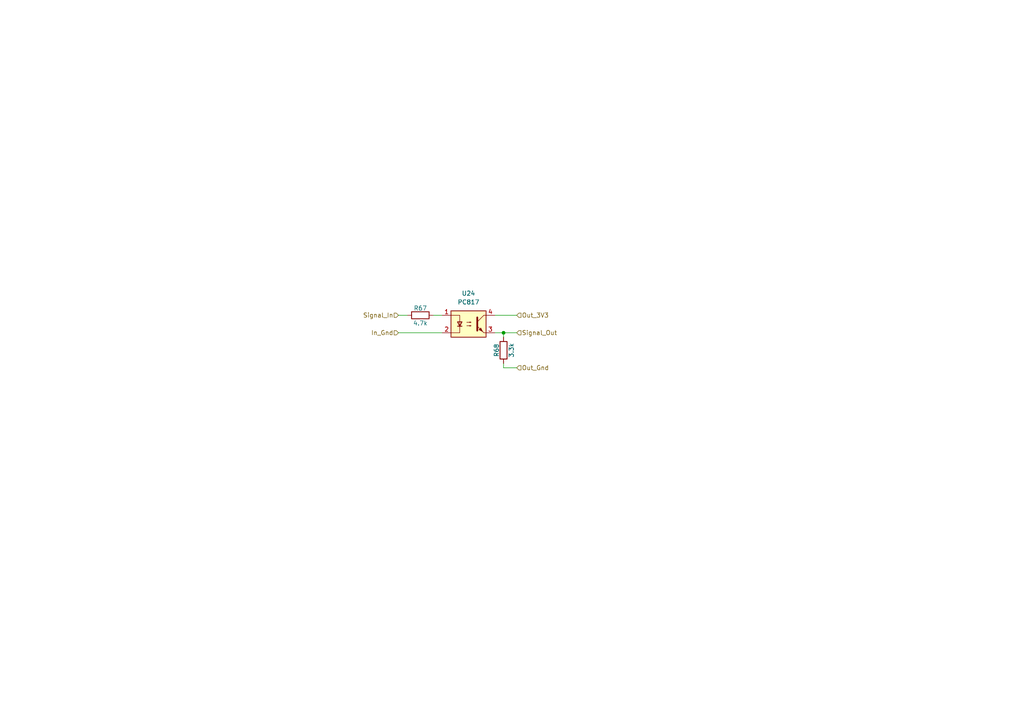
<source format=kicad_sch>
(kicad_sch
	(version 20250114)
	(generator "eeschema")
	(generator_version "9.0")
	(uuid "ebb2bb33-f70f-4ac3-b3c6-2f77330c4cdc")
	(paper "A4")
	(lib_symbols
		(symbol "Device:R"
			(pin_numbers
				(hide yes)
			)
			(pin_names
				(offset 0)
			)
			(exclude_from_sim no)
			(in_bom yes)
			(on_board yes)
			(property "Reference" "R"
				(at 2.032 0 90)
				(effects
					(font
						(size 1.27 1.27)
					)
				)
			)
			(property "Value" "R"
				(at 0 0 90)
				(effects
					(font
						(size 1.27 1.27)
					)
				)
			)
			(property "Footprint" ""
				(at -1.778 0 90)
				(effects
					(font
						(size 1.27 1.27)
					)
					(hide yes)
				)
			)
			(property "Datasheet" "~"
				(at 0 0 0)
				(effects
					(font
						(size 1.27 1.27)
					)
					(hide yes)
				)
			)
			(property "Description" "Resistor"
				(at 0 0 0)
				(effects
					(font
						(size 1.27 1.27)
					)
					(hide yes)
				)
			)
			(property "ki_keywords" "R res resistor"
				(at 0 0 0)
				(effects
					(font
						(size 1.27 1.27)
					)
					(hide yes)
				)
			)
			(property "ki_fp_filters" "R_*"
				(at 0 0 0)
				(effects
					(font
						(size 1.27 1.27)
					)
					(hide yes)
				)
			)
			(symbol "R_0_1"
				(rectangle
					(start -1.016 -2.54)
					(end 1.016 2.54)
					(stroke
						(width 0.254)
						(type default)
					)
					(fill
						(type none)
					)
				)
			)
			(symbol "R_1_1"
				(pin passive line
					(at 0 3.81 270)
					(length 1.27)
					(name "~"
						(effects
							(font
								(size 1.27 1.27)
							)
						)
					)
					(number "1"
						(effects
							(font
								(size 1.27 1.27)
							)
						)
					)
				)
				(pin passive line
					(at 0 -3.81 90)
					(length 1.27)
					(name "~"
						(effects
							(font
								(size 1.27 1.27)
							)
						)
					)
					(number "2"
						(effects
							(font
								(size 1.27 1.27)
							)
						)
					)
				)
			)
			(embedded_fonts no)
		)
		(symbol "Isolator:PC817"
			(pin_names
				(offset 1.016)
			)
			(exclude_from_sim no)
			(in_bom yes)
			(on_board yes)
			(property "Reference" "U"
				(at -5.08 5.08 0)
				(effects
					(font
						(size 1.27 1.27)
					)
					(justify left)
				)
			)
			(property "Value" "PC817"
				(at 0 5.08 0)
				(effects
					(font
						(size 1.27 1.27)
					)
					(justify left)
				)
			)
			(property "Footprint" "Package_DIP:DIP-4_W7.62mm"
				(at -5.08 -5.08 0)
				(effects
					(font
						(size 1.27 1.27)
						(italic yes)
					)
					(justify left)
					(hide yes)
				)
			)
			(property "Datasheet" "http://www.soselectronic.cz/a_info/resource/d/pc817.pdf"
				(at 0 0 0)
				(effects
					(font
						(size 1.27 1.27)
					)
					(justify left)
					(hide yes)
				)
			)
			(property "Description" "DC Optocoupler, Vce 35V, CTR 50-300%, DIP-4"
				(at 0 0 0)
				(effects
					(font
						(size 1.27 1.27)
					)
					(hide yes)
				)
			)
			(property "ki_keywords" "NPN DC Optocoupler"
				(at 0 0 0)
				(effects
					(font
						(size 1.27 1.27)
					)
					(hide yes)
				)
			)
			(property "ki_fp_filters" "DIP*W7.62mm*"
				(at 0 0 0)
				(effects
					(font
						(size 1.27 1.27)
					)
					(hide yes)
				)
			)
			(symbol "PC817_0_1"
				(rectangle
					(start -5.08 3.81)
					(end 5.08 -3.81)
					(stroke
						(width 0.254)
						(type default)
					)
					(fill
						(type background)
					)
				)
				(polyline
					(pts
						(xy -5.08 2.54) (xy -2.54 2.54) (xy -2.54 -0.635)
					)
					(stroke
						(width 0)
						(type default)
					)
					(fill
						(type none)
					)
				)
				(polyline
					(pts
						(xy -3.175 -0.635) (xy -1.905 -0.635)
					)
					(stroke
						(width 0.254)
						(type default)
					)
					(fill
						(type none)
					)
				)
				(polyline
					(pts
						(xy -2.54 -0.635) (xy -2.54 -2.54) (xy -5.08 -2.54)
					)
					(stroke
						(width 0)
						(type default)
					)
					(fill
						(type none)
					)
				)
				(polyline
					(pts
						(xy -2.54 -0.635) (xy -3.175 0.635) (xy -1.905 0.635) (xy -2.54 -0.635)
					)
					(stroke
						(width 0.254)
						(type default)
					)
					(fill
						(type none)
					)
				)
				(polyline
					(pts
						(xy -0.508 0.508) (xy 0.762 0.508) (xy 0.381 0.381) (xy 0.381 0.635) (xy 0.762 0.508)
					)
					(stroke
						(width 0)
						(type default)
					)
					(fill
						(type none)
					)
				)
				(polyline
					(pts
						(xy -0.508 -0.508) (xy 0.762 -0.508) (xy 0.381 -0.635) (xy 0.381 -0.381) (xy 0.762 -0.508)
					)
					(stroke
						(width 0)
						(type default)
					)
					(fill
						(type none)
					)
				)
				(polyline
					(pts
						(xy 2.54 1.905) (xy 2.54 -1.905)
					)
					(stroke
						(width 0.508)
						(type default)
					)
					(fill
						(type none)
					)
				)
				(polyline
					(pts
						(xy 2.54 0.635) (xy 4.445 2.54)
					)
					(stroke
						(width 0)
						(type default)
					)
					(fill
						(type none)
					)
				)
				(polyline
					(pts
						(xy 3.048 -1.651) (xy 3.556 -1.143) (xy 4.064 -2.159) (xy 3.048 -1.651)
					)
					(stroke
						(width 0)
						(type default)
					)
					(fill
						(type outline)
					)
				)
				(polyline
					(pts
						(xy 4.445 2.54) (xy 5.08 2.54)
					)
					(stroke
						(width 0)
						(type default)
					)
					(fill
						(type none)
					)
				)
				(polyline
					(pts
						(xy 4.445 -2.54) (xy 2.54 -0.635)
					)
					(stroke
						(width 0)
						(type default)
					)
					(fill
						(type outline)
					)
				)
				(polyline
					(pts
						(xy 4.445 -2.54) (xy 5.08 -2.54)
					)
					(stroke
						(width 0)
						(type default)
					)
					(fill
						(type none)
					)
				)
			)
			(symbol "PC817_1_1"
				(pin passive line
					(at -7.62 2.54 0)
					(length 2.54)
					(name "~"
						(effects
							(font
								(size 1.27 1.27)
							)
						)
					)
					(number "1"
						(effects
							(font
								(size 1.27 1.27)
							)
						)
					)
				)
				(pin passive line
					(at -7.62 -2.54 0)
					(length 2.54)
					(name "~"
						(effects
							(font
								(size 1.27 1.27)
							)
						)
					)
					(number "2"
						(effects
							(font
								(size 1.27 1.27)
							)
						)
					)
				)
				(pin passive line
					(at 7.62 2.54 180)
					(length 2.54)
					(name "~"
						(effects
							(font
								(size 1.27 1.27)
							)
						)
					)
					(number "4"
						(effects
							(font
								(size 1.27 1.27)
							)
						)
					)
				)
				(pin passive line
					(at 7.62 -2.54 180)
					(length 2.54)
					(name "~"
						(effects
							(font
								(size 1.27 1.27)
							)
						)
					)
					(number "3"
						(effects
							(font
								(size 1.27 1.27)
							)
						)
					)
				)
			)
			(embedded_fonts no)
		)
	)
	(junction
		(at 146.05 96.52)
		(diameter 0)
		(color 0 0 0 0)
		(uuid "f86431b2-2375-408d-bd41-7361d13d1e1c")
	)
	(wire
		(pts
			(xy 146.05 105.41) (xy 146.05 106.68)
		)
		(stroke
			(width 0)
			(type default)
		)
		(uuid "0feb7127-7251-40c5-92cd-387db35e7846")
	)
	(wire
		(pts
			(xy 143.51 91.44) (xy 149.86 91.44)
		)
		(stroke
			(width 0)
			(type default)
		)
		(uuid "1076377f-8923-4ad8-941c-84856d31da7d")
	)
	(wire
		(pts
			(xy 143.51 96.52) (xy 146.05 96.52)
		)
		(stroke
			(width 0)
			(type default)
		)
		(uuid "20318f59-38d9-42c9-a536-7eb78600e19f")
	)
	(wire
		(pts
			(xy 149.86 106.68) (xy 146.05 106.68)
		)
		(stroke
			(width 0)
			(type default)
		)
		(uuid "6f88c944-e759-477f-a073-ef514fffe497")
	)
	(wire
		(pts
			(xy 125.73 91.44) (xy 128.27 91.44)
		)
		(stroke
			(width 0)
			(type default)
		)
		(uuid "84628f23-515c-4d71-b7e0-a338155964f2")
	)
	(wire
		(pts
			(xy 115.57 96.52) (xy 128.27 96.52)
		)
		(stroke
			(width 0)
			(type default)
		)
		(uuid "856bcc46-0fac-4cb0-aaa8-154a40e24f28")
	)
	(wire
		(pts
			(xy 146.05 96.52) (xy 146.05 97.79)
		)
		(stroke
			(width 0)
			(type default)
		)
		(uuid "a923fa79-0c62-45c2-ab74-6d81850428f6")
	)
	(wire
		(pts
			(xy 115.57 91.44) (xy 118.11 91.44)
		)
		(stroke
			(width 0)
			(type default)
		)
		(uuid "cbd65843-0172-4dbc-904b-1b14a3533660")
	)
	(wire
		(pts
			(xy 146.05 96.52) (xy 149.86 96.52)
		)
		(stroke
			(width 0)
			(type default)
		)
		(uuid "d0b7416e-8f2f-4aab-96e0-b96a71b58043")
	)
	(hierarchical_label "Out_Gnd"
		(shape input)
		(at 149.86 106.68 0)
		(effects
			(font
				(size 1.27 1.27)
			)
			(justify left)
		)
		(uuid "005a542f-0173-4724-9beb-63a604bbb376")
	)
	(hierarchical_label "Signal_In"
		(shape input)
		(at 115.57 91.44 180)
		(effects
			(font
				(size 1.27 1.27)
			)
			(justify right)
		)
		(uuid "2e074498-9b30-449b-8f43-6c2e61940716")
	)
	(hierarchical_label "Signal_Out"
		(shape input)
		(at 149.86 96.52 0)
		(effects
			(font
				(size 1.27 1.27)
			)
			(justify left)
		)
		(uuid "c056762b-ea8d-460d-b048-af4c5c0cf644")
	)
	(hierarchical_label "Out_3V3"
		(shape input)
		(at 149.86 91.44 0)
		(effects
			(font
				(size 1.27 1.27)
			)
			(justify left)
		)
		(uuid "d192e7e6-993e-4541-bb29-0944a6b7cc8a")
	)
	(hierarchical_label "In_Gnd"
		(shape input)
		(at 115.57 96.52 180)
		(effects
			(font
				(size 1.27 1.27)
			)
			(justify right)
		)
		(uuid "f0e08b91-2453-4579-a86b-e62f0511f3aa")
	)
	(symbol
		(lib_id "Isolator:PC817")
		(at 135.89 93.98 0)
		(unit 1)
		(exclude_from_sim no)
		(in_bom yes)
		(on_board yes)
		(dnp no)
		(fields_autoplaced yes)
		(uuid "4a28c2e1-2058-41cb-8ee3-4bf07d322db8")
		(property "Reference" "U23"
			(at 135.89 85.09 0)
			(effects
				(font
					(size 1.27 1.27)
				)
			)
		)
		(property "Value" "PC817"
			(at 135.89 87.63 0)
			(effects
				(font
					(size 1.27 1.27)
				)
			)
		)
		(property "Footprint" "Package_DIP:DIP-4_W7.62mm_SMDSocket_SmallPads"
			(at 130.81 99.06 0)
			(effects
				(font
					(size 1.27 1.27)
					(italic yes)
				)
				(justify left)
				(hide yes)
			)
		)
		(property "Datasheet" "http://www.soselectronic.cz/a_info/resource/d/pc817.pdf"
			(at 135.89 93.98 0)
			(effects
				(font
					(size 1.27 1.27)
				)
				(justify left)
				(hide yes)
			)
		)
		(property "Description" "DC Optocoupler, Vce 35V, CTR 50-300%, DIP-4"
			(at 135.89 93.98 0)
			(effects
				(font
					(size 1.27 1.27)
				)
				(hide yes)
			)
		)
		(pin "2"
			(uuid "821bc7a8-3bb7-47ef-a641-fdf13fa23da8")
		)
		(pin "3"
			(uuid "1c0a84d8-2f64-471e-95a8-65f0c506754f")
		)
		(pin "4"
			(uuid "4d4a691f-f82d-4f72-9794-7cc081e31818")
		)
		(pin "1"
			(uuid "829ef94e-6bc0-4f43-a619-fac38fbc86a2")
		)
		(instances
			(project "VFD_V1"
				(path "/e60c11d9-ab9e-4760-a4a7-008fcec65a72/fc30a5fb-ff38-4397-8c78-21712589d910/43675de4-b717-470e-b523-b0c410cf7bca"
					(reference "U24")
					(unit 1)
				)
				(path "/e60c11d9-ab9e-4760-a4a7-008fcec65a72/fc30a5fb-ff38-4397-8c78-21712589d910/b567d3e2-0d19-45d1-8a65-79171974937b"
					(reference "U23")
					(unit 1)
				)
			)
		)
	)
	(symbol
		(lib_id "Device:R")
		(at 146.05 101.6 180)
		(unit 1)
		(exclude_from_sim no)
		(in_bom yes)
		(on_board yes)
		(dnp no)
		(uuid "deaa66ac-afda-4662-8872-b708915ba4dc")
		(property "Reference" "R66"
			(at 144.018 101.6 90)
			(effects
				(font
					(size 1.27 1.27)
				)
			)
		)
		(property "Value" "3.3k"
			(at 148.336 101.6 90)
			(effects
				(font
					(size 1.27 1.27)
				)
			)
		)
		(property "Footprint" "Resistor_SMD:R_0603_1608Metric_Pad0.98x0.95mm_HandSolder"
			(at 147.828 101.6 90)
			(effects
				(font
					(size 1.27 1.27)
				)
				(hide yes)
			)
		)
		(property "Datasheet" "~"
			(at 146.05 101.6 0)
			(effects
				(font
					(size 1.27 1.27)
				)
				(hide yes)
			)
		)
		(property "Description" "Resistor"
			(at 146.05 101.6 0)
			(effects
				(font
					(size 1.27 1.27)
				)
				(hide yes)
			)
		)
		(pin "1"
			(uuid "5fb8c81b-c4d2-49ec-ae44-475ed46ef926")
		)
		(pin "2"
			(uuid "a0ac90ab-c89c-46c8-8795-29fa590837ac")
		)
		(instances
			(project "VFD_V1"
				(path "/e60c11d9-ab9e-4760-a4a7-008fcec65a72/fc30a5fb-ff38-4397-8c78-21712589d910/43675de4-b717-470e-b523-b0c410cf7bca"
					(reference "R68")
					(unit 1)
				)
				(path "/e60c11d9-ab9e-4760-a4a7-008fcec65a72/fc30a5fb-ff38-4397-8c78-21712589d910/b567d3e2-0d19-45d1-8a65-79171974937b"
					(reference "R66")
					(unit 1)
				)
			)
		)
	)
	(symbol
		(lib_id "Device:R")
		(at 121.92 91.44 90)
		(unit 1)
		(exclude_from_sim no)
		(in_bom yes)
		(on_board yes)
		(dnp no)
		(uuid "f1fd0984-637a-4a81-a4fe-d0bad7c35c09")
		(property "Reference" "R65"
			(at 121.92 89.408 90)
			(effects
				(font
					(size 1.27 1.27)
				)
			)
		)
		(property "Value" "4.7k"
			(at 121.92 93.726 90)
			(effects
				(font
					(size 1.27 1.27)
				)
			)
		)
		(property "Footprint" "Resistor_SMD:R_0603_1608Metric_Pad0.98x0.95mm_HandSolder"
			(at 121.92 93.218 90)
			(effects
				(font
					(size 1.27 1.27)
				)
				(hide yes)
			)
		)
		(property "Datasheet" "~"
			(at 121.92 91.44 0)
			(effects
				(font
					(size 1.27 1.27)
				)
				(hide yes)
			)
		)
		(property "Description" "Resistor"
			(at 121.92 91.44 0)
			(effects
				(font
					(size 1.27 1.27)
				)
				(hide yes)
			)
		)
		(pin "1"
			(uuid "70ca5b2c-1e58-4863-8edf-fa042c230402")
		)
		(pin "2"
			(uuid "fa527538-4dfe-48a6-9027-e232b7b4c1ca")
		)
		(instances
			(project "VFD_V1"
				(path "/e60c11d9-ab9e-4760-a4a7-008fcec65a72/fc30a5fb-ff38-4397-8c78-21712589d910/43675de4-b717-470e-b523-b0c410cf7bca"
					(reference "R67")
					(unit 1)
				)
				(path "/e60c11d9-ab9e-4760-a4a7-008fcec65a72/fc30a5fb-ff38-4397-8c78-21712589d910/b567d3e2-0d19-45d1-8a65-79171974937b"
					(reference "R65")
					(unit 1)
				)
			)
		)
	)
)

</source>
